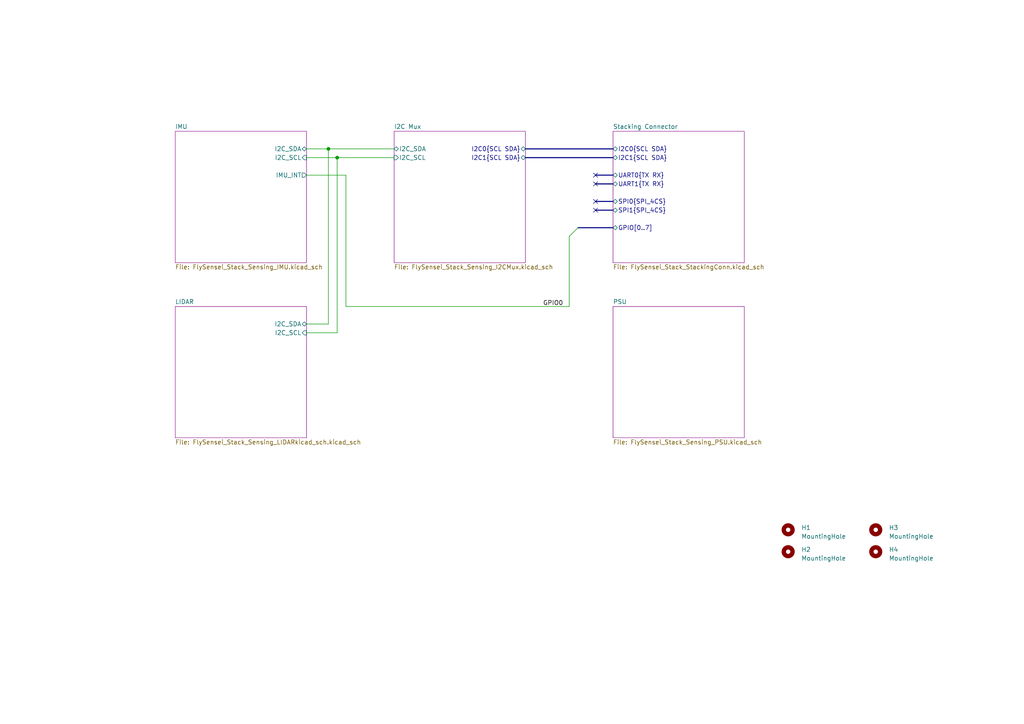
<source format=kicad_sch>
(kicad_sch (version 20210615) (generator eeschema)
  (paper "A4")
  (lib_symbols
    (symbol "Mechanical:MountingHole" (pin_names (offset 1.016))
      (property "Reference" "H" (at 0 5.08 0))
      (property "Value" "MountingHole" (at 0 3.175 0))
      (symbol "MountingHole_0_1"
        (circle (center 0 0) (radius 1.27) (stroke (width 1.27)))
      )
    )
  )
  (junction (at 95.25 43.18) (diameter 0.9144))
  (junction (at 97.79 45.72) (diameter 0.9144))
  (no_connect (at 172.72 50.8))
  (no_connect (at 172.72 53.34))
  (no_connect (at 172.72 58.42))
  (no_connect (at 172.72 60.96))
  (bus_entry (at 165.1 68.58) (size 2.54 -2.54) (stroke (width 0.1524)))
  (wire (pts (xy 88.9 43.18) (xy 95.25 43.18)))
  (wire (pts (xy 88.9 45.72) (xy 97.79 45.72)))
  (wire (pts (xy 88.9 50.8) (xy 100.33 50.8)))
  (wire (pts (xy 88.9 93.98) (xy 95.25 93.98)))
  (wire (pts (xy 88.9 96.52) (xy 97.79 96.52)))
  (wire (pts (xy 95.25 43.18) (xy 95.25 93.98)))
  (wire (pts (xy 95.25 43.18) (xy 114.3 43.18)))
  (wire (pts (xy 97.79 45.72) (xy 97.79 96.52)))
  (wire (pts (xy 97.79 45.72) (xy 114.3 45.72)))
  (wire (pts (xy 100.33 50.8) (xy 100.33 88.9)))
  (wire (pts (xy 100.33 88.9) (xy 165.1 88.9)))
  (wire (pts (xy 165.1 68.58) (xy 165.1 88.9)))
  (bus (pts (xy 152.4 43.18) (xy 177.8 43.18)))
  (bus (pts (xy 152.4 45.72) (xy 177.8 45.72)))
  (bus (pts (xy 167.64 66.04) (xy 177.8 66.04)))
  (bus (pts (xy 172.72 50.8) (xy 177.8 50.8)))
  (bus (pts (xy 172.72 53.34) (xy 177.8 53.34)))
  (bus (pts (xy 172.72 58.42) (xy 177.8 58.42)))
  (bus (pts (xy 172.72 60.96) (xy 177.8 60.96)))
  (label "GPIO0" (at 157.48 88.9 0))
  (symbol (lib_id "Mechanical:MountingHole") (at 228.6 153.67 0) (unit 1)
    (property "Reference" "H1" (at 232.41 153.0349 0) (effects (justify left)))
    (property "Value" "MountingHole" (at 232.41 155.5749 0) (effects (justify left)))
    (property "Footprint" "MountingHole:MountingHole_2.7mm_M2.5_Pad_Via" (effects hide))
  )
  (symbol (lib_id "Mechanical:MountingHole") (at 228.6 160.02 0) (unit 1)
    (property "Reference" "H2" (at 232.41 159.3849 0) (effects (justify left)))
    (property "Value" "MountingHole" (at 232.41 161.9249 0) (effects (justify left)))
    (property "Footprint" "MountingHole:MountingHole_2.7mm_M2.5_Pad_Via" (effects hide))
  )
  (symbol (lib_id "Mechanical:MountingHole") (at 254 153.67 0) (unit 1)
    (property "Reference" "H3" (at 257.81 153.0349 0) (effects (justify left)))
    (property "Value" "MountingHole" (at 257.81 155.5749 0) (effects (justify left)))
    (property "Footprint" "MountingHole:MountingHole_2.7mm_M2.5_Pad_Via" (effects hide))
  )
  (symbol (lib_id "Mechanical:MountingHole") (at 254 160.02 0) (unit 1)
    (property "Reference" "H4" (at 257.81 159.3849 0) (effects (justify left)))
    (property "Value" "MountingHole" (at 257.81 161.9249 0) (effects (justify left)))
    (property "Footprint" "MountingHole:MountingHole_2.7mm_M2.5_Pad_Via" (effects hide))
  )
  (sheet (at 114.3 38.1) (size 38.1 38.1) (stroke (width 0.0006) (color 132 0 132 1)) (fill (color 255 255 255 0.0000))
    (property "Sheet name" "I2C Mux" (at 114.3 37.4643 0) (effects (justify left bottom)))
    (property "Sheet file" "FlySensei_Stack_Sensing_I2CMux.kicad_sch" (at 114.3 76.7087 0) (effects (justify left top)))
    (pin "I2C0{SCL SDA}" bidirectional (at 152.4 43.18 0))
    (pin "I2C1{SCL SDA}" bidirectional (at 152.4 45.72 0))
    (pin "I2C_SCL" input (at 114.3 45.72 180))
    (pin "I2C_SDA" bidirectional (at 114.3 43.18 180))
  )
  (sheet (at 50.8 38.1) (size 38.1 38.1) (stroke (width 0.0006) (color 132 0 132 1)) (fill (color 255 255 255 0.0000))
    (property "Sheet name" "IMU" (at 50.8 37.4643 0) (effects (justify left bottom)))
    (property "Sheet file" "FlySensei_Stack_Sensing_IMU.kicad_sch" (at 50.8 76.7087 0) (effects (justify left top)))
    (pin "IMU_INT" output (at 88.9 50.8 0))
    (pin "I2C_SCL" input (at 88.9 45.72 0))
    (pin "I2C_SDA" bidirectional (at 88.9 43.18 0))
  )
  (sheet (at 50.8 88.9) (size 38.1 38.1) (stroke (width 0.0006) (color 132 0 132 1)) (fill (color 255 255 255 0.0000))
    (property "Sheet name" "LIDAR" (at 50.8 88.2643 0) (effects (justify left bottom)))
    (property "Sheet file" "FlySensei_Stack_Sensing_LIDARkicad_sch.kicad_sch" (at 50.8 127.5087 0) (effects (justify left top)))
    (pin "I2C_SDA" bidirectional (at 88.9 93.98 0))
    (pin "I2C_SCL" input (at 88.9 96.52 0))
  )
  (sheet (at 177.8 88.9) (size 38.1 38.1) (stroke (width 0.0006) (color 132 0 132 1)) (fill (color 255 255 255 0.0000))
    (property "Sheet name" "PSU" (at 177.8 88.2643 0) (effects (justify left bottom)))
    (property "Sheet file" "FlySensei_Stack_Sensing_PSU.kicad_sch" (at 177.8 127.5087 0) (effects (justify left top)))
  )
  (sheet (at 177.8 38.1) (size 38.1 38.1) (stroke (width 0.0006) (color 132 0 132 1)) (fill (color 255 255 255 0.0000))
    (property "Sheet name" "Stacking Connector" (at 177.8 37.4643 0) (effects (justify left bottom)))
    (property "Sheet file" "FlySensei_Stack_StackingConn.kicad_sch" (at 177.8 76.7087 0) (effects (justify left top)))
    (pin "I2C0{SCL SDA}" bidirectional (at 177.8 43.18 180))
    (pin "I2C1{SCL SDA}" bidirectional (at 177.8 45.72 180))
    (pin "UART0{TX RX}" bidirectional (at 177.8 50.8 180))
    (pin "UART1{TX RX}" bidirectional (at 177.8 53.34 180))
    (pin "SPI0{SPI_4CS}" bidirectional (at 177.8 58.42 180))
    (pin "SPI1{SPI_4CS}" bidirectional (at 177.8 60.96 180))
    (pin "GPIO[0..7]" bidirectional (at 177.8 66.04 180))
  )
)
</source>
